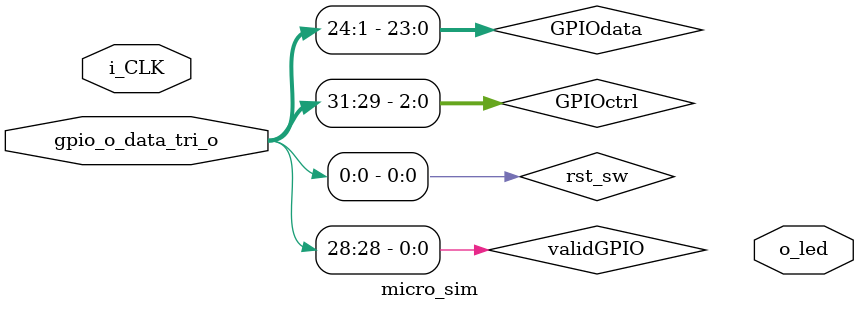
<source format=v>
`timescale 1ns / 1ps

`define BIT_LEN 8
`define CONV_LEN 20
`define CONV_LPOS 13
`define M_LEN 3
`define GPIO_D 32
`define NB_ADDRESS 10
`define BITS_IMAGE 10
`define RAM_WIDTH 13
`define BITS_STATES   2

module micro_sim#(
    parameter BIT_LEN       = `BIT_LEN,
    parameter CONV_LEN      = `CONV_LEN,
    parameter CONV_LPOS     = `CONV_LPOS,
    parameter M_LEN         = `M_LEN,
    parameter NB_ADDRESS    = `NB_ADDRESS,
    parameter BITS_IMAGE    = `BITS_IMAGE,
    parameter RAM_WIDTH     = `RAM_WIDTH,
    parameter GPIO_D        = `GPIO_D,
    parameter BITS_STATES   = `BITS_STATES,
    localparam limit        =  16384
    )(
    
    output 		   		o_led,
    input           	i_CLK,
    input [GPIO_D-1:0] 	gpio_o_data_tri_o
    );

    
    
    
    //Latcheo
    reg [12:0] MCUdata;   
    reg [14:0] counter;    
    //Para ver que devuelve el puerto de salida o_valid_to_CONV de la instancia del modulo de control
    reg valid_output_latch;
    reg sop_fromfsm_latch;
    //Para ver que devuelve el puerto de salida o_GPIOdata de la instancia del modulo de control
    reg [31:0] controlGPIOoutput_latch;
    reg [12:0] MCUoutput_latch;
    reg        changeBlock_latch;
    reg        EOP_fromFSM_latch;
    wire        load_net;
    wire        sop_fromFSM;
    
    
    //----------- Nets --------------
    wire        valid_for_conv;
    wire [NB_ADDRESS-1:0] wrAdd;
    wire [NB_ADDRESS-1:0] rdAdd;
    //Connect from FSM to CONTROL
    wire EOP_from_FSM_to_CTRL;
    wire [23:0] krnlData;    
    //Connect to both
    wire [9:0]imgLength_from_CTRL_to_FSM;    
    //Connect to CONTROL
    wire ledControl;    
    //Connect from CONTROL to MCU
    wire EoP_to_MCU;    
    //Connect from CONTROL to x
    wire SOP_from_CTRL;
    //Connect from ctrl to FSM
    wire valid_from_ctrl_to_FSM;
    wire validCONV;
    wire KorI;    
    //Connect from FSM to MCU
    wire changeBlock;    
    wire [12:0] output_MCUdata;
    
    // GPIO asignations
    wire validGPIO;    
    wire rst_sw;
    wire [2:0]  GPIOctrl;
    wire [23:0] GPIOdata;    
    
    //Salida del modulo
    wire [31:0] outGPIOctrl;
   
    assign rst_sw                     = gpio_o_data_tri_o[0];   
    assign GPIOctrl                   = gpio_o_data_tri_o[31:29];
    assign validGPIO                  = gpio_o_data_tri_o[28];
    assign GPIOdata                   = gpio_o_data_tri_o[24:1];
   
   
    
    initial begin
        MCUdata     <= 13'd0;
        counter     <= 13'd0;
        sop_fromfsm_latch<=1'b0;
        valid_output_latch<=1'b0;
        controlGPIOoutput_latch<='d0;
        MCUoutput_latch<='d0;
        changeBlock_latch<='d0;
        EOP_fromFSM_latch<='d0;
        
    end
    
    
    

    always @(posedge i_CLK ) begin
        
        valid_output_latch <= valid_for_conv;
        MCUoutput_latch<= output_MCUdata;
        controlGPIOoutput_latch <= outGPIOctrl;
        changeBlock_latch <= changeBlock;
        EOP_fromFSM_latch <=EOP_from_FSM_to_CTRL;
        sop_fromfsm_latch<=sop_fromFSM;
        
        if (rst_sw) begin
            MCUdata     <= 13'd0;
            counter     <= 13'd0;
            sop_fromfsm_latch<=1'b0;
            valid_output_latch<=1'b0;
            controlGPIOoutput_latch<='d0;
            MCUoutput_latch<='d0;
            changeBlock_latch<='d0;
            EOP_fromFSM_latch<='d0;
            
        end
        else begin
            counter <= counter + 1;
                        
            if (counter == limit) begin
                MCUdata<=MCUdata+1;
                
                if (MCUdata==13'b1111111111111)
                    MCUdata<='d0;
            end
                    
        
        end 
        
        
      
    end

ControlBlock
   u_RegisterFile
           (
            .i_GPIOdata(GPIOdata),
            .i_MCUdata(MCUdata),
            .i_GPIOctrl(GPIOctrl),
            .i_GPIOvalid(validGPIO),
            .i_rst(rst_sw),
            .i_CLK(i_CLK),
            .i_EOP_from_FSM(EOP_from_FSM_to_CTRL),
            .o_GPIOdata(outGPIOctrl),
            .o_KNLdata(krnlData),
            .o_imgLength(imgLength_from_CTRL_to_FSM),
            .o_led(ledControl),
            .o_load(load_net),
            .o_EOP_to_MCU(EoP_to_MCU),
            .o_run(SOP_from_CTRL),
            .o_valid_to_FSM(valid_from_ctrl_to_FSM),
            .o_valid_to_CONV(validCONV),
            .o_KNorIMG(KorI),
            .o_MCUdata(output_MCUdata)
           );


FSMv2
   #(  
            .NB_ADDRESS(NB_ADDRESS),
            .NB_IMAGE (BITS_IMAGE),
            .NB_STATES(BITS_STATES)
            )
   u_FSM
		(
		.i_CLK(i_CLK),
		.i_load(load_net),
		.i_reset(rst_sw),
		.i_SoP(SOP_from_CTRL),
		.i_imgLength(imgLength_from_CTRL_to_FSM),
		.i_valid(valid_from_ctrl_to_FSM),
		.o_valid_fromFSM_toCONV(valid_for_conv),
		.o_readAdd(rdAdd),
		.o_SOP_fromFSM(sop_fromFSM),
		.o_writeAdd(wrAdd),
		.o_EoP(EOP_from_FSM_to_CTRL),
		.o_changeBlock(changeBlock)
		);

endmodule
</source>
